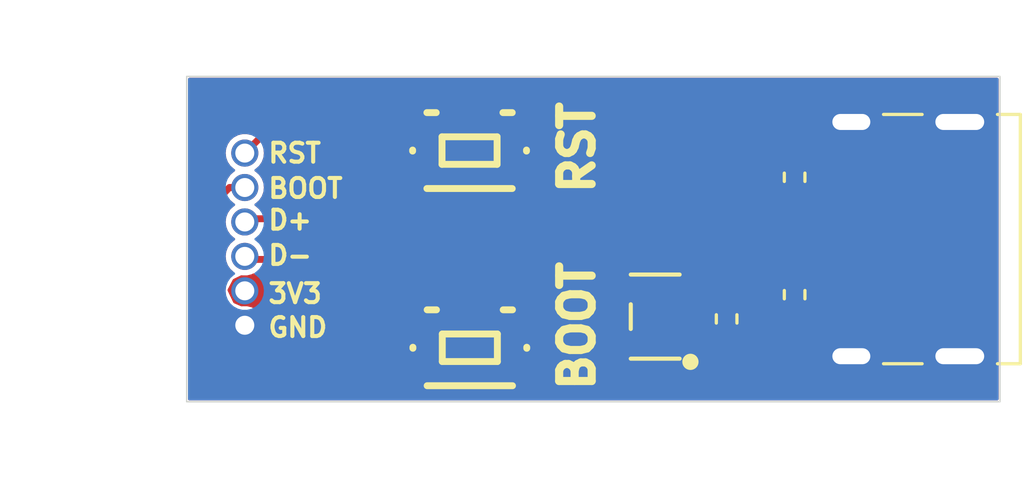
<source format=kicad_pcb>
(kicad_pcb (version 20221018) (generator pcbnew)
  (layers (0 "F.Cu" signal) (31 "B.Cu" signal) (34 "B.Paste" user) (35 "F.Paste" user) (36 "B.SilkS" user "B.Silkscreen") (37 "F.SilkS" user "F.Silkscreen") (38 "B.Mask" user) (39 "F.Mask" user) (44 "Edge.Cuts" user))
  (net 0 "")
  (net 1 "GND")
  (net 2 "VBUS")
  (net 3 "+3V3")
  (net 4 "BOOT")
  (net 5 "D+")
  (net 6 "D-")
  (net 7 "RST")
  (net 9 "Net-(U1-EN)")
  (net 14 "Net-(J1-CC2)")
  (net 15 "Net-(J1-CC1)")
  (footprint "kicad_lceda:ProgPinsHoles_1x06_P1.27mm" (layer "F.Cu") (at 60.499248 57.608121)
    (fp_text reference "J2" hide)
    (fp_text value "Conn_01x06")
    (pad "1" thru_hole oval (at 0 0) (size 1 1) (drill 0.7) (layers "*.Cu" "*.Mask") (net 7 "RST"))
    (pad "2" thru_hole oval (at 0 1.27) (size 1 1) (drill 0.7) (layers "*.Cu" "*.Mask") (net 4 "BOOT"))
    (pad "3" thru_hole oval (at 0 2.54) (size 1 1) (drill 0.7) (layers "*.Cu" "*.Mask") (net 5 "D+"))
    (pad "4" thru_hole oval (at 0 3.81) (size 1 1) (drill 0.7) (layers "*.Cu" "*.Mask") (net 6 "D-"))
    (pad "5" thru_hole oval (at 0 5.08) (size 1 1) (drill 0.7) (layers "*.Cu" "*.Mask") (net 3 "+3V3"))
    (pad "6" thru_hole oval (at 0 6.35) (size 1 1) (drill 0.7) (layers "*.Cu" "*.Mask") (net 1 "GND"))
  )
  (footprint "kicad_lceda:USB_TYPE-C" (layer "F.Cu") (at 85.6 60.78 90)
    (fp_text reference "J1" hide)
    (fp_text value "TYPE-C-31-M-12" hide)
    (fp_line (start -4.5974 -1.541608) (end -4.5974 -0.117991) (stroke (width 0.12)) (layer "F.SilkS"))
    (fp_line (start -4.5974 2.661593) (end -4.5974 3.5052) (stroke (width 0.12)) (layer "F.SilkS"))
    (fp_line (start -4.5974 3.5052) (end 4.5974 3.5052) (stroke (width 0.12)) (layer "F.SilkS"))
    (fp_line (start 4.5974 -0.117991) (end 4.5974 -1.541608) (stroke (width 0.12)) (layer "F.SilkS"))
    (fp_line (start 4.5974 3.5052) (end 4.5974 2.661593) (stroke (width 0.12)) (layer "F.SilkS"))
    (pad "A1" smd rect (at -3.200001 -3.303199 90) (size 0.6096 1.143) (layers "F.Cu" "F.Paste" "F.Mask") (net 1 "GND"))
    (pad "A4" smd rect (at -2.4 -3.303199 90) (size 0.6096 1.143) (layers "F.Cu" "F.Paste" "F.Mask") (net 2 "VBUS"))
    (pad "A5" smd rect (at -1.25 -3.303199 90) (size 0.3048 1.143) (layers "F.Cu" "F.Paste" "F.Mask") (net 15 "Net-(J1-CC1)"))
    (pad "A6" smd rect (at -0.25 -3.303199 90) (size 0.3048 1.143) (layers "F.Cu" "F.Paste" "F.Mask") (net 5 "D+"))
    (pad "A7" smd rect (at 0.25 -3.303199 90) (size 0.3048 1.143) (layers "F.Cu" "F.Paste" "F.Mask") (net 6 "D-"))
    (pad "A8" smd rect (at 1.25 -3.303199 90) (size 0.3048 1.143) (layers "F.Cu" "F.Paste" "F.Mask"))
    (pad "A9" smd rect (at 2.4 -3.303199 90) (size 0.6096 1.143) (layers "F.Cu" "F.Paste" "F.Mask") (net 2 "VBUS"))
    (pad "A12" smd rect (at 3.199999 -3.303199 90) (size 0.6096 1.143) (layers "F.Cu" "F.Paste" "F.Mask") (net 1 "GND"))
    (pad "B5" smd rect (at 1.75006 -3.303199 90) (size 0.3048 1.143) (layers "F.Cu" "F.Paste" "F.Mask") (net 14 "Net-(J1-CC2)"))
    (pad "B6" smd rect (at 0.750059 -3.303199 90) (size 0.3048 1.143) (layers "F.Cu" "F.Paste" "F.Mask") (net 5 "D+"))
    (pad "B7" smd rect (at -0.74994 -3.303199 90) (size 0.3048 1.143) (layers "F.Cu" "F.Paste" "F.Mask") (net 6 "D-"))
    (pad "B8" smd rect (at -1.749941 -3.303199 90) (size 0.3048 1.143) (layers "F.Cu" "F.Paste" "F.Mask"))
    (pad "S1" thru_hole oval (at -4.32 -2.7282 90) (size 0.9906 1.8034) (drill oval 0.59 1.4) (layers "*.Cu" "*.Mask") (net 1 "GND"))
    (pad "S1" thru_hole oval (at -4.32 1.271801 90) (size 0.9906 2.2098) (drill oval 0.59 1.8) (layers "*.Cu" "*.Mask") (net 1 "GND"))
    (pad "S1" thru_hole oval (at 4.32 -2.7282 90) (size 0.9906 1.8034) (drill oval 0.59 1.4) (layers "*.Cu" "*.Mask") (net 1 "GND"))
    (pad "S1" thru_hole oval (at 4.32 1.271801 90) (size 0.9906 2.2098) (drill oval 0.59 1.8) (layers "*.Cu" "*.Mask") (net 1 "GND"))
  )
  (footprint "kicad_lceda:KEY-SMD_KMR2XXGXXX" (layer "F.Cu") (at 68.8 64.4265)
    (fp_text reference "SW1" hide)
    (fp_text value "KMR221GLFS")
    (fp_line (start -2.1 0.381) (end -2.1 0.343) (stroke (width 0.254)) (layer "F.SilkS"))
    (fp_line (start -1.231 -1.038) (end -1.574 -1.038) (stroke (width 0.254)) (layer "F.SilkS"))
    (fp_line (start -1.016 -0.146) (end -1.016 0.87) (stroke (width 0.254)) (layer "F.SilkS"))
    (fp_line (start -1.016 0.87) (end 1.016 0.87) (stroke (width 0.254)) (layer "F.SilkS"))
    (fp_line (start 1.016 -0.146) (end -1.016 -0.146) (stroke (width 0.254)) (layer "F.SilkS"))
    (fp_line (start 1.016 0.87) (end 1.016 -0.146) (stroke (width 0.254)) (layer "F.SilkS"))
    (fp_line (start 1.574 -1.038) (end 1.231 -1.038) (stroke (width 0.254)) (layer "F.SilkS"))
    (fp_line (start 1.574 1.762) (end -1.574 1.762) (stroke (width 0.254)) (layer "F.SilkS"))
    (fp_line (start 2.1 0.343) (end 2.1 0.381) (stroke (width 0.254)) (layer "F.SilkS"))
    (pad "1" smd rect (at -2.3 -0.438) (size 1 1.1) (layers "F.Cu" "F.Paste" "F.Mask") (net 4 "BOOT"))
    (pad "2" smd rect (at 2.3 -0.438) (size 1 1.1) (layers "F.Cu" "F.Paste" "F.Mask") (net 4 "BOOT"))
    (pad "3" smd rect (at -2.3 1.162) (size 1 1.1) (layers "F.Cu" "F.Paste" "F.Mask") (net 1 "GND"))
    (pad "4" smd rect (at 2.3 1.162) (size 1 1.1) (layers "F.Cu" "F.Paste" "F.Mask") (net 1 "GND"))
    (pad "5" smd rect (at 0 -1.162) (size 2 0.7) (layers "F.Cu" "F.Paste" "F.Mask"))
  )
  (footprint "kicad_lceda:TSOT-23-5_L2.9-W1.6-P0.95-LS2.8-BL" (layer "F.Cu") (at 75.637 63.64 90)
    (fp_text reference "U1" hide)
    (fp_text value "RT9080-33GJ5")
    (fp_line (start -1.551 0.901) (end -1.551 -0.901) (stroke (width 0.152)) (layer "F.SilkS"))
    (fp_line (start 0.455 -0.901) (end -0.455 -0.901) (stroke (width 0.152)) (layer "F.SilkS"))
    (fp_line (start 1.551 0.901) (end 1.551 -0.901) (stroke (width 0.152)) (layer "F.SilkS"))
    (fp_circle (center -1.668 1.3) (end -1.518 1.3) (stroke (width 0.3)) (fill none) (layer "F.SilkS"))
    (pad "1" smd rect (at -0.95 1.148 90) (size 0.532 1.045) (layers "F.Cu" "F.Paste" "F.Mask") (net 2 "VBUS"))
    (pad "2" smd rect (at 0 1.148 90) (size 0.532 1.045) (layers "F.Cu" "F.Paste" "F.Mask") (net 1 "GND"))
    (pad "3" smd rect (at 0.95 1.148 90) (size 0.532 1.045) (layers "F.Cu" "F.Paste" "F.Mask") (net 9 "Net-(U1-EN)"))
    (pad "4" smd rect (at 0.95 -1.148 90) (size 0.532 1.045) (layers "F.Cu" "F.Paste" "F.Mask"))
    (pad "5" smd rect (at -0.95 -1.148 90) (size 0.532 1.045) (layers "F.Cu" "F.Paste" "F.Mask") (net 3 "+3V3"))
  )
  (footprint "Resistor_SMD:R_0402_1005Metric" (layer "F.Cu") (at 80.78 58.5 90)
    (fp_text reference "R2" hide)
    (fp_text value "5.1k")
    (fp_line (start -0.153641 -0.38) (end 0.153641 -0.38) (stroke (width 0.12)) (layer "F.SilkS"))
    (fp_line (start -0.153641 0.38) (end 0.153641 0.38) (stroke (width 0.12)) (layer "F.SilkS"))
    (pad "1" smd roundrect (at -0.51 0 90) (size 0.54 0.64) (layers "F.Cu" "F.Paste" "F.Mask") (net 14 "Net-(J1-CC2)"))
    (pad "2" smd roundrect (at 0.51 0 90) (size 0.54 0.64) (layers "F.Cu" "F.Paste" "F.Mask") (net 1 "GND"))
  )
  (footprint "Resistor_SMD:R_0402_1005Metric" (layer "F.Cu") (at 80.78 62.830001 -90)
    (fp_text reference "R3" hide)
    (fp_text value "5.1k")
    (fp_line (start -0.153641 -0.38) (end 0.153641 -0.38) (stroke (width 0.12)) (layer "F.SilkS"))
    (fp_line (start -0.153641 0.38) (end 0.153641 0.38) (stroke (width 0.12)) (layer "F.SilkS"))
    (pad "1" smd roundrect (at -0.51 0 270) (size 0.54 0.64) (layers "F.Cu" "F.Paste" "F.Mask") (net 15 "Net-(J1-CC1)"))
    (pad "2" smd roundrect (at 0.51 0 270) (size 0.54 0.64) (layers "F.Cu" "F.Paste" "F.Mask") (net 1 "GND"))
  )
  (footprint "kicad_lceda:KEY-SMD_KMR2XXGXXX" (layer "F.Cu") (at 68.79 57.153)
    (fp_text reference "SW3" hide)
    (fp_text value "KMR221GLFS")
    (fp_line (start -2.1 0.381) (end -2.1 0.343) (stroke (width 0.254)) (layer "F.SilkS"))
    (fp_line (start -1.231 -1.038) (end -1.574 -1.038) (stroke (width 0.254)) (layer "F.SilkS"))
    (fp_line (start -1.016 -0.146) (end -1.016 0.87) (stroke (width 0.254)) (layer "F.SilkS"))
    (fp_line (start -1.016 0.87) (end 1.016 0.87) (stroke (width 0.254)) (layer "F.SilkS"))
    (fp_line (start 1.016 -0.146) (end -1.016 -0.146) (stroke (width 0.254)) (layer "F.SilkS"))
    (fp_line (start 1.016 0.87) (end 1.016 -0.146) (stroke (width 0.254)) (layer "F.SilkS"))
    (fp_line (start 1.574 -1.038) (end 1.231 -1.038) (stroke (width 0.254)) (layer "F.SilkS"))
    (fp_line (start 1.574 1.762) (end -1.574 1.762) (stroke (width 0.254)) (layer "F.SilkS"))
    (fp_line (start 2.1 0.343) (end 2.1 0.381) (stroke (width 0.254)) (layer "F.SilkS"))
    (pad "1" smd rect (at -2.3 -0.438) (size 1 1.1) (layers "F.Cu" "F.Paste" "F.Mask") (net 7 "RST"))
    (pad "2" smd rect (at 2.3 -0.438) (size 1 1.1) (layers "F.Cu" "F.Paste" "F.Mask") (net 7 "RST"))
    (pad "3" smd rect (at -2.3 1.162) (size 1 1.1) (layers "F.Cu" "F.Paste" "F.Mask") (net 1 "GND"))
    (pad "4" smd rect (at 2.3 1.162) (size 1 1.1) (layers "F.Cu" "F.Paste" "F.Mask") (net 1 "GND"))
    (pad "5" smd rect (at 0 -1.162) (size 2 0.7) (layers "F.Cu" "F.Paste" "F.Mask"))
  )
  (footprint "Resistor_SMD:R_0402_1005Metric" (layer "F.Cu") (at 78.272 63.724049 90)
    (fp_text reference "R1" hide)
    (fp_text value "10k")
    (fp_line (start -0.153641 -0.38) (end 0.153641 -0.38) (stroke (width 0.12)) (layer "F.SilkS"))
    (fp_line (start -0.153641 0.38) (end 0.153641 0.38) (stroke (width 0.12)) (layer "F.SilkS"))
    (pad "1" smd roundrect (at -0.51 0 90) (size 0.54 0.64) (layers "F.Cu" "F.Paste" "F.Mask") (net 2 "VBUS"))
    (pad "2" smd roundrect (at 0.51 0 90) (size 0.54 0.64) (layers "F.Cu" "F.Paste" "F.Mask") (net 9 "Net-(U1-EN)"))
  )
  (gr_rect (start 58.355 54.78) (end 88.355 66.78) (stroke (width 0.05)) (fill none) (layer "Edge.Cuts"))
  (gr_text "BOOT" (at 72.755 63.985714 90) (layer "F.SilkS") (effects (font (size 1.2 1.2) (thickness 0.3) bold)))
  (gr_text "RST" (at 72.755 57.405 90) (layer "F.SilkS") (effects (font (size 1.2 1.2) (thickness 0.3) bold)))
  (gr_text "D-" (at 62.171667 61.38) (layer "F.SilkS") (effects (font (size 0.7 0.7))))
  (gr_text "3V3" (at 62.355001 62.79) (layer "F.SilkS") (effects (font (size 0.7 0.7))))
  (gr_text "BOOT" (at 62.738333 58.91) (layer "F.SilkS") (effects (font (size 0.7 0.7))))
  (gr_text "D+" (at 62.171667 60.08) (layer "F.SilkS") (effects (font (size 0.7 0.7))))
  (gr_text "GND" (at 62.455 64.04) (layer "F.SilkS") (effects (font (size 0.7 0.7))))
  (gr_text "RST" (at 62.338334 57.61) (layer "F.SilkS") (effects (font (size 0.7 0.7))))
  (segment (start 82.15 57.4018) (end 82.8718 56.68) (width 0.254) (layer "F.Cu") (net 1))
  (segment (start 82.15 64.5982) (end 82.8718 65.32) (width 0.254) (layer "F.Cu") (net 1))
  (segment (start 82.15 57.800001) (end 82.15 57.4018) (width 0.254) (layer "F.Cu") (net 1))
  (segment (start 82.15 64.200001) (end 82.15 64.5982) (width 0.254) (layer "F.Cu") (net 1))
  (segment (start 59.115 64.37) (end 59.115 59.7) (width 0.254) (layer "F.Cu") (net 4))
  (segment (start 66.5 63.9885) (end 71.1 63.9885) (width 0.254) (layer "F.Cu") (net 4))
  (segment (start 59.115 59.7) (end 59.936879 58.878121) (width 0.254) (layer "F.Cu") (net 4))
  (segment (start 66.5 63.9885) (end 65.3885 65.1) (width 0.254) (layer "F.Cu") (net 4))
  (segment (start 59.845 65.1) (end 59.115 64.37) (width 0.254) (layer "F.Cu") (net 4))
  (segment (start 59.936879 58.878121) (end 60.499248 58.878121) (width 0.254) (layer "F.Cu") (net 4))
  (segment (start 65.3885 65.1) (end 59.845 65.1) (width 0.254) (layer "F.Cu") (net 4))
  (segment (start 60.617428 60.029941) (end 60.499248 60.148121) (width 0.254) (layer "F.Cu") (net 5))
  (segment (start 82.15 60.029941) (end 60.617428 60.029941) (width 0.254) (layer "F.Cu") (net 5))
  (segment (start 83.175 60.6771) (end 83.175 61.3829) (width 0.254) (layer "F.Cu") (net 6))
  (segment (start 60.611067 61.52994) (end 60.499248 61.418121) (width 0.254) (layer "F.Cu") (net 6))
  (segment (start 83.02796 61.52994) (end 82.15 61.52994) (width 0.254) (layer "F.Cu") (net 6))
  (segment (start 83.0279 60.53) (end 83.175 60.6771) (width 0.254) (layer "F.Cu") (net 6))
  (segment (start 83.175 61.3829) (end 83.02796 61.52994) (width 0.254) (layer "F.Cu") (net 6))
  (segment (start 82.15 61.52994) (end 60.611067 61.52994) (width 0.254) (layer "F.Cu") (net 6))
  (segment (start 82.15 60.53) (end 83.0279 60.53) (width 0.254) (layer "F.Cu") (net 6))
  (segment (start 66.497 56.722) (end 66.135 56.36) (width 0.254) (layer "F.Cu") (net 7))
  (segment (start 66.49 56.715) (end 71.09 56.715) (width 0.254) (layer "F.Cu") (net 7))
  (segment (start 61.747369 56.36) (end 60.499248 57.608121) (width 0.254) (layer "F.Cu") (net 7))
  (segment (start 66.135 56.36) (end 61.747369 56.36) (width 0.254) (layer "F.Cu") (net 7))
  (segment (start 66.5 56.722) (end 66.497 56.722) (width 0.254) (layer "F.Cu") (net 7))
  (segment (start 77.747951 62.69) (end 78.272 63.214049) (width 0.254) (layer "F.Cu") (net 9))
  (segment (start 76.785 62.69) (end 77.747951 62.69) (width 0.254) (layer "F.Cu") (net 9))
  (segment (start 80.79994 59.02994) (end 82.296801 59.02994) (width 0.254) (layer "F.Cu") (net 14))
  (segment (start 80.78 59.01) (end 80.79994 59.02994) (width 0.254) (layer "F.Cu") (net 14))
  (segment (start 80.995 62.12) (end 81.085 62.03) (width 0.254) (layer "F.Cu") (net 15))
  (segment (start 81.085 62.03) (end 82.296801 62.03) (width 0.254) (layer "F.Cu") (net 15))
  (segment (start 80.78 62.320001) (end 80.980001 62.12) (width 0.254) (layer "F.Cu") (net 15))
  (segment (start 80.980001 62.12) (end 80.995 62.12) (width 0.254) (layer "F.Cu") (net 15))
  (zone (net 3) (net_name "+3V3") (layer "F.Cu") (priority 2) (connect_pads yes (clearance 0.1)) (min_thickness 0.1) (fill yes (thermal_gap 0.5) (thermal_bridge_width 0.5))
    (polygon (pts (xy 75.015 64.32) (xy 73.845445 64.137156) (xy 73.025 61.87) (xy 60.495 62.05) (xy 60.065 62.26) (xy 59.855 62.66) (xy 60.085 63.14) (xy 60.485 63.31) (xy 73.965 64.87) (xy 75.015 64.87)))
  )
  (zone (net 2) (net_name "VBUS") (layer "F.Cu") (priority 1) (connect_pads yes (clearance 0.1)) (min_thickness 0.1) (fill yes (thermal_gap 0.5) (thermal_bridge_width 0.5))
    (polygon (pts (xy 76.255 64.86) (xy 76.255 64.32) (xy 81.565 64.32) (xy 81.575 58.71) (xy 81.575 58.07) (xy 84.435 58.07) (xy 84.435 63.5) (xy 84.435 66.365) (xy 77.5 66.37)))
  )
  (zone (net 1) (net_name "GND") (layers "F&B.Cu") (connect_pads yes (clearance 0.1)) (min_thickness 0.1) (fill yes (thermal_gap 0.5) (thermal_bridge_width 0.5))
    (polygon (pts (xy 58.405 54.83) (xy 88.305 54.83) (xy 88.305 66.73) (xy 58.405 66.73)))
  )
)
</source>
